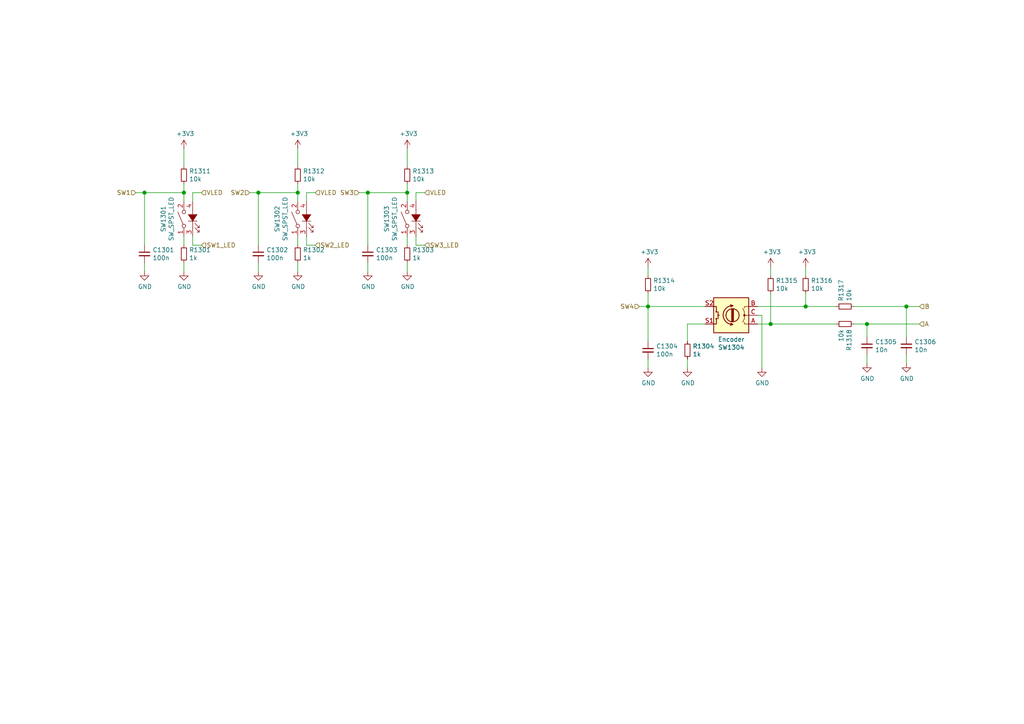
<source format=kicad_sch>
(kicad_sch (version 20210406) (generator eeschema)
  (paper "A4")
  (lib_symbols
    (symbol "Device:C_Small" (pin_numbers hide) (pin_names (offset 0.254) hide)
      (property "Reference" "C" (at 0.254 1.778 0))
      (property "Value" "C_Small" (at 0.254 -2.032 0))
      (symbol "C_Small_0_1"
        (polyline (pts (xy -1.524 -0.508) (xy 1.524 -0.508)) (stroke (width 0.3302)))
        (polyline (pts (xy -1.524 0.508) (xy 1.524 0.508)) (stroke (width 0.3048)))
      )
      (symbol "C_Small_1_1"
        (pin passive line (at 0 2.54 270) (length 2.032) (name "~") (number "1"))
        (pin passive line (at 0 -2.54 90) (length 2.032) (name "~") (number "2"))
      )
    )
    (symbol "Device:R_Small" (pin_numbers hide) (pin_names (offset 0.254) hide)
      (property "Reference" "R" (at 0.762 0.508 0))
      (property "Value" "R_Small" (at 0.762 -1.016 0))
      (symbol "R_Small_0_1"
        (rectangle (start -0.762 1.778) (end 0.762 -1.778) (stroke (width 0.2032)))
      )
      (symbol "R_Small_1_1"
        (pin passive line (at 0 2.54 270) (length 0.762) (name "~") (number "1"))
        (pin passive line (at 0 -2.54 90) (length 0.762) (name "~") (number "2"))
      )
    )
    (symbol "Device:RotaryEncoder_Switch" (pin_names (offset 0.254) hide)
      (property "Reference" "SW" (at 0 6.604 0))
      (property "Value" "RotaryEncoder_Switch" (at 0 -6.604 0))
      (symbol "RotaryEncoder_Switch_0_1"
        (arc (start -0.381 -2.794) (end -0.381 2.667) (radius (at -0.381 -0.0508) (length 2.7432) (angles -89.9 89.9)) (stroke (width 0.254)))
        (circle (center -0.381 0) (radius 1.905) (stroke (width 0.254)))
        (circle (center 4.318 -1.016) (radius 0.127) (stroke (width 0.254)))
        (circle (center 4.318 1.016) (radius 0.127) (stroke (width 0.254)))
        (circle (center -3.81 0) (radius 0.254) (fill (type outline)))
        (rectangle (start -5.08 5.08) (end 5.08 -5.08) (stroke (width 0.254)) (fill (type background)))
        (polyline (pts (xy -0.635 -1.778) (xy -0.635 1.778)) (stroke (width 0.254)))
        (polyline (pts (xy -0.381 -1.778) (xy -0.381 1.778)) (stroke (width 0.254)))
        (polyline (pts (xy -0.127 1.778) (xy -0.127 -1.778)) (stroke (width 0.254)))
        (polyline (pts (xy 3.81 0) (xy 3.429 0)) (stroke (width 0.254)))
        (polyline (pts (xy 3.81 1.016) (xy 3.81 -1.016)) (stroke (width 0.254)))
        (polyline (pts (xy -5.08 -2.54) (xy -3.81 -2.54) (xy -3.81 -2.032)))
        (polyline (pts (xy -5.08 2.54) (xy -3.81 2.54) (xy -3.81 2.032)))
        (polyline (pts (xy 0.254 -3.048) (xy -0.508 -2.794) (xy 0.127 -2.413)) (stroke (width 0.254)))
        (polyline (pts (xy 0.254 2.921) (xy -0.508 2.667) (xy 0.127 2.286)) (stroke (width 0.254)))
        (polyline (pts (xy 5.08 -2.54) (xy 4.318 -2.54) (xy 4.318 -1.016)) (stroke (width 0.254)))
        (polyline (pts (xy 5.08 2.54) (xy 4.318 2.54) (xy 4.318 1.016)) (stroke (width 0.254)))
        (polyline (pts (xy -5.08 0) (xy -3.81 0) (xy -3.81 -1.016) (xy -3.302 -2.032)))
        (polyline (pts (xy -4.318 0) (xy -3.81 0) (xy -3.81 1.016) (xy -3.302 2.032)))
      )
      (symbol "RotaryEncoder_Switch_1_1"
        (pin passive line (at -7.62 2.54 0) (length 2.54) (name "A") (number "A"))
        (pin passive line (at -7.62 -2.54 0) (length 2.54) (name "B") (number "B"))
        (pin passive line (at -7.62 0 0) (length 2.54) (name "C") (number "C"))
        (pin passive line (at 7.62 2.54 180) (length 2.54) (name "S1") (number "S1"))
        (pin passive line (at 7.62 -2.54 180) (length 2.54) (name "S2") (number "S2"))
      )
    )
    (symbol "Switch:SW_SPST_LED" (pin_names (offset 1.016) hide)
      (property "Reference" "SW" (at 0.635 5.715 0))
      (property "Value" "SW_SPST_LED" (at 0 -3.175 0))
      (symbol "SW_SPST_LED_0_0"
        (polyline (pts (xy -3.81 -1.905) (xy -2.54 -0.635)))
        (polyline (pts (xy -2.54 -1.905) (xy -1.27 -0.635)))
        (polyline (pts (xy -2.54 0) (xy 2.54 0)))
        (polyline (pts (xy -0.635 1.27) (xy -0.635 -1.27)))
        (polyline (pts (xy -3.81 -1.27) (xy -3.81 -1.905) (xy -3.175 -1.905)))
        (polyline (pts (xy -2.54 -1.27) (xy -2.54 -1.905) (xy -1.905 -1.905)))
        (polyline (pts (xy -0.635 0) (xy 1.27 1.27) (xy 1.27 -1.27) (xy -0.635 0)) (fill (type outline)))
      )
      (symbol "SW_SPST_LED_0_1"
        (circle (center -2.032 2.54) (radius 0.508))
        (circle (center 2.032 2.54) (radius 0.508))
        (polyline (pts (xy -1.524 2.794) (xy 2.032 4.318)))
        (pin passive line (at -5.08 2.54 0) (length 2.54) (name "1") (number "1"))
        (pin passive line (at 5.08 2.54 180) (length 2.54) (name "2") (number "2"))
        (pin passive line (at -5.08 0 0) (length 2.54) (name "K") (number "3"))
        (pin passive line (at 5.08 0 180) (length 2.54) (name "A") (number "4"))
      )
    )
    (symbol "power:+3.3V" (power) (pin_names (offset 0))
      (property "Value" "+3.3V" (at 0 3.556 0))
      (symbol "+3.3V_0_1"
        (polyline (pts (xy -0.762 1.27) (xy 0 2.54)))
        (polyline (pts (xy 0 0) (xy 0 2.54)))
        (polyline (pts (xy 0 2.54) (xy 0.762 1.27)))
      )
      (symbol "+3.3V_1_1"
        (pin power_in line (at 0 0 90) (length 0) hide (name "+3V3") (number "1"))
      )
    )
    (symbol "power:GND" (power) (pin_names (offset 0))
      (property "Value" "GND" (at 0 -3.81 0))
      (symbol "GND_0_1"
        (polyline (pts (xy 0 0) (xy 0 -1.27) (xy 1.27 -1.27) (xy 0 -2.54) (xy -1.27 -1.27) (xy 0 -1.27)))
      )
      (symbol "GND_1_1"
        (pin power_in line (at 0 0 270) (length 0) hide (name "GND") (number "1"))
      )
    )
  )
  (junction (at 41.91 55.88) (diameter 1.016))
  (junction (at 53.34 55.88) (diameter 1.016))
  (junction (at 74.93 55.88) (diameter 1.016))
  (junction (at 86.36 55.88) (diameter 1.016))
  (junction (at 106.68 55.88) (diameter 1.016))
  (junction (at 118.11 55.88) (diameter 1.016))
  (junction (at 187.96 88.9) (diameter 1.016))
  (junction (at 223.52 93.98) (diameter 1.016))
  (junction (at 233.68 88.9) (diameter 1.016))
  (junction (at 251.46 93.98) (diameter 1.016))
  (junction (at 262.89 88.9) (diameter 1.016))
  (wire (pts (xy 41.91 55.88) (xy 39.37 55.88)))
  (wire (pts (xy 41.91 71.12) (xy 41.91 55.88)))
  (wire (pts (xy 41.91 76.2) (xy 41.91 78.74)))
  (wire (pts (xy 53.34 43.18) (xy 53.34 48.26)))
  (wire (pts (xy 53.34 53.34) (xy 53.34 55.88)))
  (wire (pts (xy 53.34 55.88) (xy 41.91 55.88)))
  (wire (pts (xy 53.34 55.88) (xy 53.34 58.42)))
  (wire (pts (xy 53.34 71.12) (xy 53.34 68.58)))
  (wire (pts (xy 53.34 78.74) (xy 53.34 76.2)))
  (wire (pts (xy 55.88 55.88) (xy 58.42 55.88)))
  (wire (pts (xy 55.88 58.42) (xy 55.88 55.88)))
  (wire (pts (xy 55.88 68.58) (xy 55.88 71.12)))
  (wire (pts (xy 55.88 71.12) (xy 58.42 71.12)))
  (wire (pts (xy 74.93 55.88) (xy 72.39 55.88)))
  (wire (pts (xy 74.93 71.12) (xy 74.93 55.88)))
  (wire (pts (xy 74.93 76.2) (xy 74.93 78.74)))
  (wire (pts (xy 86.36 43.18) (xy 86.36 48.26)))
  (wire (pts (xy 86.36 53.34) (xy 86.36 55.88)))
  (wire (pts (xy 86.36 55.88) (xy 74.93 55.88)))
  (wire (pts (xy 86.36 55.88) (xy 86.36 58.42)))
  (wire (pts (xy 86.36 71.12) (xy 86.36 68.58)))
  (wire (pts (xy 86.36 78.74) (xy 86.36 76.2)))
  (wire (pts (xy 88.9 55.88) (xy 91.44 55.88)))
  (wire (pts (xy 88.9 58.42) (xy 88.9 55.88)))
  (wire (pts (xy 88.9 68.58) (xy 88.9 71.12)))
  (wire (pts (xy 88.9 71.12) (xy 91.44 71.12)))
  (wire (pts (xy 106.68 55.88) (xy 104.14 55.88)))
  (wire (pts (xy 106.68 71.12) (xy 106.68 55.88)))
  (wire (pts (xy 106.68 76.2) (xy 106.68 78.74)))
  (wire (pts (xy 118.11 43.18) (xy 118.11 48.26)))
  (wire (pts (xy 118.11 53.34) (xy 118.11 55.88)))
  (wire (pts (xy 118.11 55.88) (xy 106.68 55.88)))
  (wire (pts (xy 118.11 55.88) (xy 118.11 58.42)))
  (wire (pts (xy 118.11 71.12) (xy 118.11 68.58)))
  (wire (pts (xy 118.11 78.74) (xy 118.11 76.2)))
  (wire (pts (xy 120.65 55.88) (xy 123.19 55.88)))
  (wire (pts (xy 120.65 58.42) (xy 120.65 55.88)))
  (wire (pts (xy 120.65 68.58) (xy 120.65 71.12)))
  (wire (pts (xy 120.65 71.12) (xy 123.19 71.12)))
  (wire (pts (xy 187.96 77.47) (xy 187.96 80.01)))
  (wire (pts (xy 187.96 85.09) (xy 187.96 88.9)))
  (wire (pts (xy 187.96 88.9) (xy 185.42 88.9)))
  (wire (pts (xy 187.96 88.9) (xy 204.47 88.9)))
  (wire (pts (xy 187.96 99.06) (xy 187.96 88.9)))
  (wire (pts (xy 187.96 104.14) (xy 187.96 106.68)))
  (wire (pts (xy 199.39 93.98) (xy 199.39 99.06)))
  (wire (pts (xy 199.39 106.68) (xy 199.39 104.14)))
  (wire (pts (xy 204.47 93.98) (xy 199.39 93.98)))
  (wire (pts (xy 219.71 88.9) (xy 233.68 88.9)))
  (wire (pts (xy 219.71 91.44) (xy 220.98 91.44)))
  (wire (pts (xy 219.71 93.98) (xy 223.52 93.98)))
  (wire (pts (xy 220.98 91.44) (xy 220.98 106.68)))
  (wire (pts (xy 223.52 77.47) (xy 223.52 80.01)))
  (wire (pts (xy 223.52 85.09) (xy 223.52 93.98)))
  (wire (pts (xy 223.52 93.98) (xy 242.57 93.98)))
  (wire (pts (xy 233.68 77.47) (xy 233.68 80.01)))
  (wire (pts (xy 233.68 85.09) (xy 233.68 88.9)))
  (wire (pts (xy 233.68 88.9) (xy 242.57 88.9)))
  (wire (pts (xy 247.65 88.9) (xy 262.89 88.9)))
  (wire (pts (xy 251.46 93.98) (xy 247.65 93.98)))
  (wire (pts (xy 251.46 93.98) (xy 266.7 93.98)))
  (wire (pts (xy 251.46 97.79) (xy 251.46 93.98)))
  (wire (pts (xy 251.46 105.41) (xy 251.46 102.87)))
  (wire (pts (xy 262.89 88.9) (xy 262.89 97.79)))
  (wire (pts (xy 262.89 88.9) (xy 266.7 88.9)))
  (wire (pts (xy 262.89 102.87) (xy 262.89 105.41)))
  (hierarchical_label "SW1" (shape input) (at 39.37 55.88 180))
  (hierarchical_label "VLED" (shape input) (at 58.42 55.88 0))
  (hierarchical_label "SW1_LED" (shape input) (at 58.42 71.12 0))
  (hierarchical_label "SW2" (shape input) (at 72.39 55.88 180))
  (hierarchical_label "VLED" (shape input) (at 91.44 55.88 0))
  (hierarchical_label "SW2_LED" (shape input) (at 91.44 71.12 0))
  (hierarchical_label "SW3" (shape input) (at 104.14 55.88 180))
  (hierarchical_label "VLED" (shape input) (at 123.19 55.88 0))
  (hierarchical_label "SW3_LED" (shape input) (at 123.19 71.12 0))
  (hierarchical_label "SW4" (shape input) (at 185.42 88.9 180))
  (hierarchical_label "B" (shape input) (at 266.7 88.9 0))
  (hierarchical_label "A" (shape input) (at 266.7 93.98 0))
  (symbol (lib_id "power:+3.3V") (at 53.34 43.18 0)
    (property "Reference" "#PWR0128" (effects hide))
    (property "Value" "+3.3V" (at 53.721 38.7858 0))
  )
  (symbol (lib_id "power:+3.3V") (at 86.36 43.18 0)
    (property "Reference" "#PWR0134" (effects hide))
    (property "Value" "+3.3V" (at 86.741 38.7858 0))
  )
  (symbol (lib_id "power:+3.3V") (at 118.11 43.18 0)
    (property "Reference" "#PWR0138" (effects hide))
    (property "Value" "+3.3V" (at 118.491 38.7858 0))
  )
  (symbol (lib_id "power:+3.3V") (at 187.96 77.47 0)
    (property "Reference" "#PWR0393" (effects hide))
    (property "Value" "+3.3V" (at 188.341 73.0758 0))
  )
  (symbol (lib_id "power:+3.3V") (at 223.52 77.47 0)
    (property "Reference" "#PWR0143" (effects hide))
    (property "Value" "+3.3V" (at 223.901 73.0758 0))
  )
  (symbol (lib_id "power:+3.3V") (at 233.68 77.47 0)
    (property "Reference" "#PWR0395" (effects hide))
    (property "Value" "+3.3V" (at 234.061 73.0758 0))
  )
  (symbol (lib_id "power:GND") (at 41.91 78.74 0)
    (property "Reference" "#PWR0131" (effects hide))
    (property "Value" "GND" (at 42.037 83.1342 0))
  )
  (symbol (lib_id "power:GND") (at 53.34 78.74 0)
    (property "Reference" "#PWR0127" (effects hide))
    (property "Value" "GND" (at 53.467 83.1342 0))
  )
  (symbol (lib_id "power:GND") (at 74.93 78.74 0)
    (property "Reference" "#PWR0135" (effects hide))
    (property "Value" "GND" (at 75.057 83.1342 0))
  )
  (symbol (lib_id "power:GND") (at 86.36 78.74 0)
    (property "Reference" "#PWR0133" (effects hide))
    (property "Value" "GND" (at 86.487 83.1342 0))
  )
  (symbol (lib_id "power:GND") (at 106.68 78.74 0)
    (property "Reference" "#PWR0139" (effects hide))
    (property "Value" "GND" (at 106.807 83.1342 0))
  )
  (symbol (lib_id "power:GND") (at 118.11 78.74 0)
    (property "Reference" "#PWR0136" (effects hide))
    (property "Value" "GND" (at 118.237 83.1342 0))
  )
  (symbol (lib_id "power:GND") (at 187.96 106.68 0)
    (property "Reference" "#PWR0146" (effects hide))
    (property "Value" "GND" (at 188.087 111.0742 0))
  )
  (symbol (lib_id "power:GND") (at 199.39 106.68 0)
    (property "Reference" "#PWR0142" (effects hide))
    (property "Value" "GND" (at 199.517 111.0742 0))
  )
  (symbol (lib_id "power:GND") (at 220.98 106.68 0)
    (property "Reference" "#PWR0394" (effects hide))
    (property "Value" "GND" (at 221.107 111.0742 0))
  )
  (symbol (lib_id "power:GND") (at 251.46 105.41 0)
    (property "Reference" "#PWR0396" (effects hide))
    (property "Value" "GND" (at 251.587 109.8042 0))
  )
  (symbol (lib_id "power:GND") (at 262.89 105.41 0)
    (property "Reference" "#PWR0397" (effects hide))
    (property "Value" "GND" (at 263.017 109.8042 0))
  )
  (symbol (lib_id "Device:R_Small") (at 53.34 50.8 0)
    (property "Reference" "R1311" (at 54.8386 49.6316 0) (effects (justify left)))
    (property "Value" "10k" (at 54.8386 51.943 0) (effects (justify left)))
    (property "Footprint" "Resistor_SMD:R_0603_1608Metric" (effects hide))
    (property "LCSC" "C25804" (effects hide))
  )
  (symbol (lib_id "Device:R_Small") (at 53.34 73.66 0)
    (property "Reference" "R1301" (at 54.8386 72.4916 0) (effects (justify left)))
    (property "Value" "1k" (at 54.8386 74.803 0) (effects (justify left)))
    (property "Footprint" "Resistor_SMD:R_0603_1608Metric" (effects hide))
    (property "LCSC" "C21190" (effects hide))
  )
  (symbol (lib_id "Device:R_Small") (at 86.36 50.8 0)
    (property "Reference" "R1312" (at 87.8586 49.6316 0) (effects (justify left)))
    (property "Value" "10k" (at 87.8586 51.943 0) (effects (justify left)))
    (property "Footprint" "Resistor_SMD:R_0603_1608Metric" (effects hide))
    (property "LCSC" "C25804" (effects hide))
  )
  (symbol (lib_id "Device:R_Small") (at 86.36 73.66 0)
    (property "Reference" "R1302" (at 87.8586 72.4916 0) (effects (justify left)))
    (property "Value" "1k" (at 87.8586 74.803 0) (effects (justify left)))
    (property "Footprint" "Resistor_SMD:R_0603_1608Metric" (effects hide))
    (property "LCSC" "C21190" (effects hide))
  )
  (symbol (lib_id "Device:R_Small") (at 118.11 50.8 0)
    (property "Reference" "R1313" (at 119.6086 49.6316 0) (effects (justify left)))
    (property "Value" "10k" (at 119.6086 51.943 0) (effects (justify left)))
    (property "Footprint" "Resistor_SMD:R_0603_1608Metric" (effects hide))
    (property "LCSC" "C25804" (effects hide))
  )
  (symbol (lib_id "Device:R_Small") (at 118.11 73.66 0)
    (property "Reference" "R1303" (at 119.6086 72.4916 0) (effects (justify left)))
    (property "Value" "1k" (at 119.6086 74.803 0) (effects (justify left)))
    (property "Footprint" "Resistor_SMD:R_0603_1608Metric" (effects hide))
    (property "LCSC" "C21190" (effects hide))
  )
  (symbol (lib_id "Device:R_Small") (at 187.96 82.55 0)
    (property "Reference" "R1314" (at 189.4586 81.3816 0) (effects (justify left)))
    (property "Value" "10k" (at 189.4586 83.693 0) (effects (justify left)))
    (property "Footprint" "Resistor_SMD:R_0603_1608Metric" (effects hide))
    (property "LCSC" "C25804" (effects hide))
  )
  (symbol (lib_id "Device:R_Small") (at 199.39 101.6 0)
    (property "Reference" "R1304" (at 200.8886 100.4316 0) (effects (justify left)))
    (property "Value" "1k" (at 200.8886 102.743 0) (effects (justify left)))
    (property "Footprint" "Resistor_SMD:R_0603_1608Metric" (effects hide))
    (property "LCSC" "C21190" (effects hide))
  )
  (symbol (lib_id "Device:R_Small") (at 223.52 82.55 0)
    (property "Reference" "R1315" (at 225.0186 81.3816 0) (effects (justify left)))
    (property "Value" "10k" (at 225.0186 83.693 0) (effects (justify left)))
    (property "Footprint" "Resistor_SMD:R_0603_1608Metric" (effects hide))
    (property "LCSC" "C25804" (effects hide))
  )
  (symbol (lib_id "Device:R_Small") (at 233.68 82.55 0)
    (property "Reference" "R1316" (at 235.1786 81.3816 0) (effects (justify left)))
    (property "Value" "10k" (at 235.1786 83.693 0) (effects (justify left)))
    (property "Footprint" "Resistor_SMD:R_0603_1608Metric" (effects hide))
    (property "LCSC" "C25804" (effects hide))
  )
  (symbol (lib_id "Device:R_Small") (at 245.11 88.9 90)
    (property "Reference" "R1317" (at 243.9416 87.4014 0) (effects (justify left)))
    (property "Value" "10k" (at 246.253 87.4014 0) (effects (justify left)))
    (property "Footprint" "Resistor_SMD:R_0603_1608Metric" (effects hide))
    (property "LCSC" "C25804" (effects hide))
  )
  (symbol (lib_id "Device:R_Small") (at 245.11 93.98 270)
    (property "Reference" "R1318" (at 246.2784 95.4786 0) (effects (justify left)))
    (property "Value" "10k" (at 243.967 95.4786 0) (effects (justify left)))
    (property "Footprint" "Resistor_SMD:R_0603_1608Metric" (effects hide))
    (property "LCSC" "C25804" (effects hide))
  )
  (symbol (lib_id "Device:C_Small") (at 41.91 73.66 0)
    (property "Reference" "C1301" (at 44.2468 72.4916 0) (effects (justify left)))
    (property "Value" "100n" (at 44.2468 74.803 0) (effects (justify left)))
    (property "Footprint" "Capacitor_SMD:C_0603_1608Metric" (effects hide))
    (property "LCSC" "C14663" (effects hide))
  )
  (symbol (lib_id "Device:C_Small") (at 74.93 73.66 0)
    (property "Reference" "C1302" (at 77.2668 72.4916 0) (effects (justify left)))
    (property "Value" "100n" (at 77.2668 74.803 0) (effects (justify left)))
    (property "Footprint" "Capacitor_SMD:C_0603_1608Metric" (effects hide))
    (property "LCSC" "C14663" (effects hide))
  )
  (symbol (lib_id "Device:C_Small") (at 106.68 73.66 0)
    (property "Reference" "C1303" (at 109.0168 72.4916 0) (effects (justify left)))
    (property "Value" "100n" (at 109.0168 74.803 0) (effects (justify left)))
    (property "Footprint" "Capacitor_SMD:C_0603_1608Metric" (effects hide))
    (property "LCSC" "C14663" (effects hide))
  )
  (symbol (lib_id "Device:C_Small") (at 187.96 101.6 0)
    (property "Reference" "C1304" (at 190.2968 100.4316 0) (effects (justify left)))
    (property "Value" "100n" (at 190.2968 102.743 0) (effects (justify left)))
    (property "Footprint" "Capacitor_SMD:C_0603_1608Metric" (effects hide))
    (property "LCSC" "C14663" (effects hide))
  )
  (symbol (lib_id "Device:C_Small") (at 251.46 100.33 0)
    (property "Reference" "C1305" (at 253.7968 99.1616 0) (effects (justify left)))
    (property "Value" "10n" (at 253.7968 101.473 0) (effects (justify left)))
    (property "Footprint" "Capacitor_SMD:C_0603_1608Metric" (effects hide))
    (property "LCSC" "C57112" (effects hide))
  )
  (symbol (lib_id "Device:C_Small") (at 262.89 100.33 0)
    (property "Reference" "C1306" (at 265.2268 99.1616 0) (effects (justify left)))
    (property "Value" "10n" (at 265.2268 101.473 0) (effects (justify left)))
    (property "Footprint" "Capacitor_SMD:C_0603_1608Metric" (effects hide))
    (property "LCSC" "C57112" (effects hide))
  )
  (symbol (lib_id "Switch:SW_SPST_LED") (at 55.88 63.5 90)
    (property "Reference" "SW1301" (at 47.371 63.5 0))
    (property "Value" "SW_SPST_LED" (at 49.6824 63.5 0))
    (property "Footprint" "twam-Misc:D6R-L-xx-xx-xx-LFS" (effects hide))
  )
  (symbol (lib_id "Switch:SW_SPST_LED") (at 88.9 63.5 90)
    (property "Reference" "SW1302" (at 80.391 63.5 0))
    (property "Value" "SW_SPST_LED" (at 82.7024 63.5 0))
    (property "Footprint" "twam-Misc:D6R-L-xx-xx-xx-LFS" (effects hide))
  )
  (symbol (lib_id "Switch:SW_SPST_LED") (at 120.65 63.5 90)
    (property "Reference" "SW1303" (at 112.141 63.5 0))
    (property "Value" "SW_SPST_LED" (at 114.4524 63.5 0))
    (property "Footprint" "twam-Misc:D6R-L-xx-xx-xx-LFS" (effects hide))
  )
  (symbol (lib_id "Device:RotaryEncoder_Switch") (at 212.09 91.44 180)
    (property "Reference" "SW1304" (at 212.09 100.7618 0))
    (property "Value" "Encoder" (at 212.09 98.4504 0))
    (property "Footprint" "twam-Misc:PEC12R-4xxxF-Sxxxx" (effects hide))
  )
)
</source>
